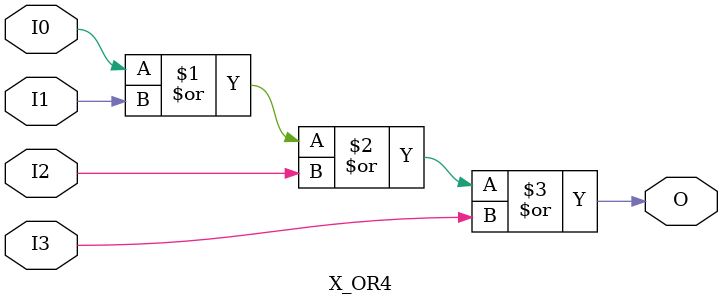
<source format=v>

`timescale 1 ps/1 ps

module X_OR4 (O, I0, I1, I2, I3);

  output O;
  input I0, I1, I2, I3;

  or (O, I0, I1, I2, I3);

  specify

	(I0 => O) = (0:0:0, 0:0:0);
	(I1 => O) = (0:0:0, 0:0:0);
	(I2 => O) = (0:0:0, 0:0:0);
	(I3 => O) = (0:0:0, 0:0:0);

	specparam PATHPULSE$ = 0;

  endspecify

endmodule

</source>
